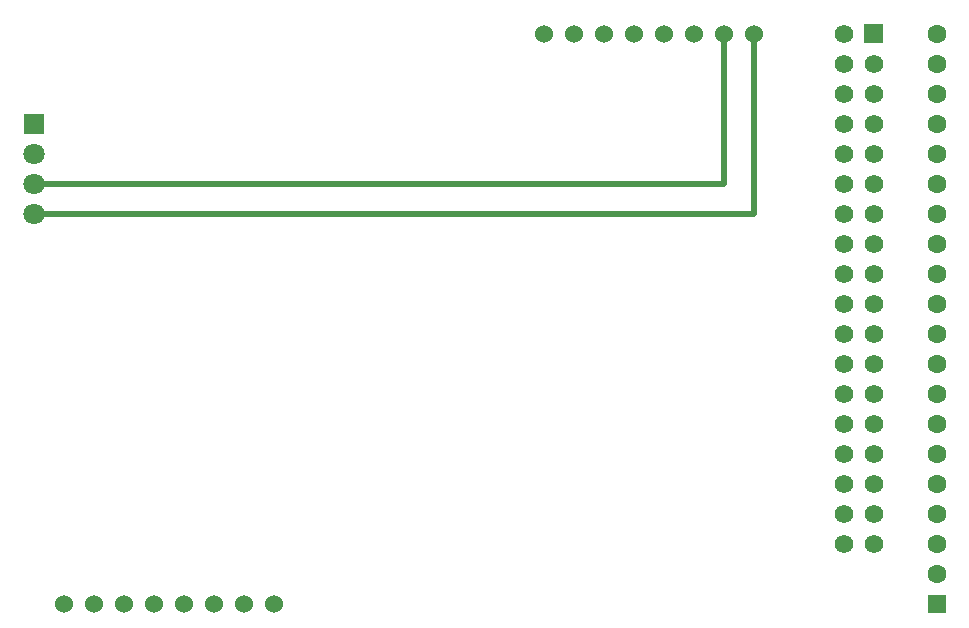
<source format=gtl>
G04 Layer: TopLayer*
G04 EasyEDA v6.5.3, 2022-04-04 14:49:07*
G04 cbda9177925744229a5c16aaf3607e86,be635ba5e1a24524a6f9dddda72dafc0,10*
G04 Gerber Generator version 0.2*
G04 Scale: 100 percent, Rotated: No, Reflected: No *
G04 Dimensions in millimeters *
G04 leading zeros omitted , absolute positions ,4 integer and 5 decimal *
%FSLAX45Y45*%
%MOMM*%

%ADD11C,0.5080*%
%ADD12R,1.8000X1.8000*%
%ADD13C,1.8000*%
%ADD14C,1.6000*%
%ADD15R,1.6000X1.6000*%
%ADD16C,1.5240*%
%ADD17C,1.5700*%

%LPD*%
D11*
X-84328000Y65786000D02*
G01*
X-84328000Y64516000D01*
X-90170000Y64516000D01*
X-84074000Y65786000D02*
G01*
X-84074000Y64262000D01*
X-90170000Y64262000D01*
D12*
G01*
X-90170000Y65024000D03*
D13*
G01*
X-90170000Y64770000D03*
G01*
X-90170000Y64516000D03*
G01*
X-90170000Y64262000D03*
D14*
G01*
X-82524600Y65786000D03*
G01*
X-82524600Y65532000D03*
G01*
X-82524600Y65278000D03*
G01*
X-82524600Y65024000D03*
G01*
X-82524600Y64770000D03*
G01*
X-82524600Y64516000D03*
G01*
X-82524600Y64262000D03*
G01*
X-82524600Y64008000D03*
G01*
X-82524600Y63754000D03*
G01*
X-82524600Y63500000D03*
G01*
X-82524600Y63246000D03*
G01*
X-82524600Y62992000D03*
G01*
X-82524600Y62738000D03*
G01*
X-82524600Y62484000D03*
G01*
X-82524600Y62230000D03*
G01*
X-82524600Y61976000D03*
G01*
X-82524600Y61722000D03*
G01*
X-82524600Y61468000D03*
G01*
X-82524600Y61214000D03*
D15*
G01*
X-82524600Y60960000D03*
D16*
G01*
X-84074000Y65786000D03*
G01*
X-84328000Y65786000D03*
G01*
X-84582000Y65786000D03*
G01*
X-84836000Y65786000D03*
G01*
X-85090000Y65786000D03*
G01*
X-85344000Y65786000D03*
G01*
X-85598000Y65786000D03*
G01*
X-85852000Y65786000D03*
G01*
X-88138000Y60960000D03*
G01*
X-88392000Y60960000D03*
G01*
X-88646000Y60960000D03*
G01*
X-88900000Y60960000D03*
G01*
X-89154000Y60960000D03*
G01*
X-89408000Y60960000D03*
G01*
X-89662000Y60960000D03*
G01*
X-89916000Y60960000D03*
D17*
G01*
X-83312000Y65786000D03*
G36*
X-82979488Y65864511D02*
G01*
X-83136511Y65864511D01*
X-83136511Y65707488D01*
X-82979488Y65707488D01*
G37*
G01*
X-83058000Y65532000D03*
G01*
X-83312000Y65532000D03*
G01*
X-83058000Y65278000D03*
G01*
X-83312000Y65278000D03*
G01*
X-83058000Y65024000D03*
G01*
X-83312000Y65024000D03*
G01*
X-83058000Y64770000D03*
G01*
X-83312000Y64770000D03*
G01*
X-83058000Y64516000D03*
G01*
X-83312000Y64516000D03*
G01*
X-83058000Y64262000D03*
G01*
X-83312000Y64262000D03*
G01*
X-83058000Y64008000D03*
G01*
X-83312000Y64008000D03*
G01*
X-83058000Y63754000D03*
G01*
X-83312000Y63754000D03*
G01*
X-83058000Y63500000D03*
G01*
X-83312000Y63500000D03*
G01*
X-83058000Y63246000D03*
G01*
X-83312000Y63246000D03*
G01*
X-83058000Y62992000D03*
G01*
X-83312000Y62992000D03*
G01*
X-83058000Y62738000D03*
G01*
X-83312000Y62738000D03*
G01*
X-83058000Y62484000D03*
G01*
X-83312000Y62484000D03*
G01*
X-83058000Y62230000D03*
G01*
X-83312000Y62230000D03*
G01*
X-83058000Y61976000D03*
G01*
X-83312000Y61976000D03*
G01*
X-83058000Y61722000D03*
G01*
X-83312000Y61722000D03*
G01*
X-83058000Y61468000D03*
G01*
X-83312000Y61468000D03*
M02*

</source>
